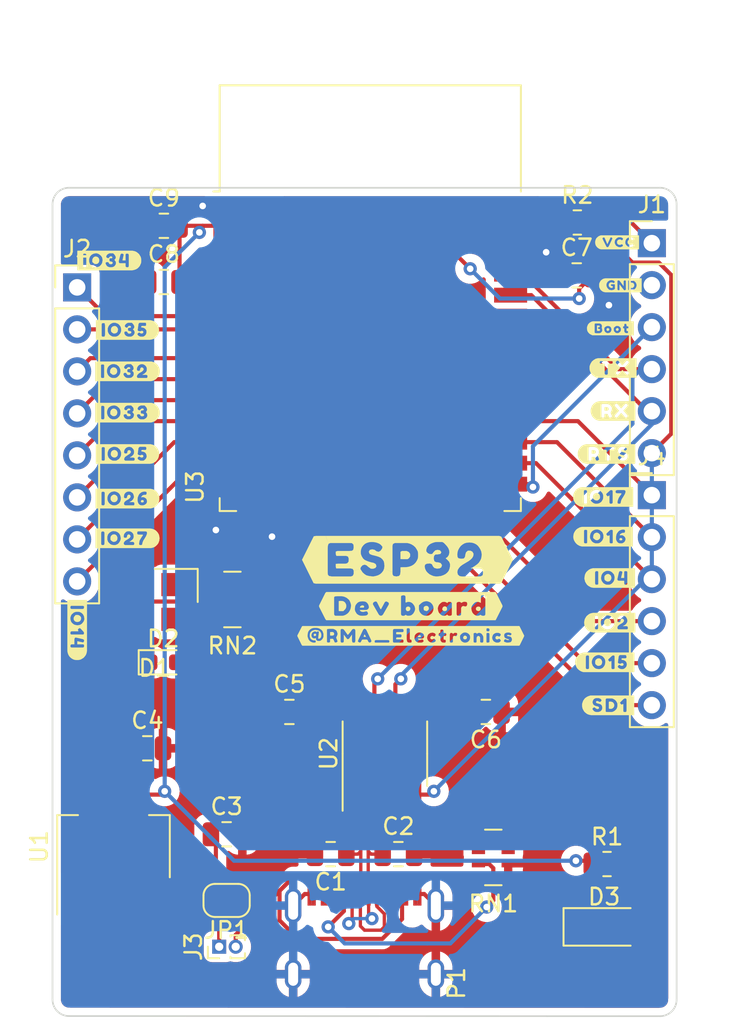
<source format=kicad_pcb>
(kicad_pcb (version 20210228) (generator pcbnew)
  (layers (0 "F.Cu" signal) (31 "B.Cu" signal) (34 "B.Paste" user) (35 "F.Paste" user) (36 "B.SilkS" user "B.Silkscreen") (37 "F.SilkS" user "F.Silkscreen") (38 "B.Mask" user) (39 "F.Mask" user) (44 "Edge.Cuts" user))
  (net 0 "")
  (net 1 "GND")
  (net 2 "/D+")
  (net 3 "/D-")
  (net 4 "Net-(C3-Pad1)")
  (net 5 "VCC")
  (net 6 "Net-(C5-Pad2)")
  (net 7 "Net-(C6-Pad2)")
  (net 8 "RTS")
  (net 9 "Net-(D1-Pad3)")
  (net 10 "Net-(D1-Pad2)")
  (net 11 "Net-(D1-Pad1)")
  (net 12 "Net-(D2-Pad2)")
  (net 13 "Net-(P1-PadA5)")
  (net 14 "Net-(D3-Pad2)")
  (net 15 "RX")
  (net 16 "TX")
  (net 17 "Boot")
  (net 19 "F")
  (net 20 "E")
  (net 21 "D")
  (net 22 "C")
  (net 23 "B")
  (net 24 "A")
  (net 25 "VBUS")
  (net 27 "Net-(P1-PadB5)")
  (net 33 "Blue")
  (net 34 "Red")
  (net 35 "Green")
  (net 36 "Attention")
  (net 37 "/SCL")
  (net 38 "/SDA")
  (net 40 "/SDB")
  (net 47 "8")
  (net 48 "7")
  (net 49 "6")
  (net 50 "5")
  (net 51 "4")
  (net 52 "3")
  (net 53 "2")
  (net 54 "1")
  (footprint "Connector_PinHeader_2.54mm:PinHeader_1x06_P2.54mm_Vertical" (layer "F.Cu") (at 148.4 56.25)
    (fp_text reference "J1" (at 0 -2.33) (layer "F.SilkS"))
    (fp_text value "Program")
    (pad "1" thru_hole rect (at 0 0) (size 1.7 1.7) (drill 1) (layers *.Cu *.Mask) (net 5 "VCC"))
    (pad "2" thru_hole oval (at 0 2.54) (size 1.7 1.7) (drill 1) (layers *.Cu *.Mask) (net 1 "GND"))
    (pad "3" thru_hole oval (at 0 5.08) (size 1.7 1.7) (drill 1) (layers *.Cu *.Mask) (net 17 "Boot"))
    (pad "4" thru_hole oval (at 0 7.62) (size 1.7 1.7) (drill 1) (layers *.Cu *.Mask) (net 16 "TX"))
    (pad "5" thru_hole oval (at 0 10.16) (size 1.7 1.7) (drill 1) (layers *.Cu *.Mask) (net 15 "RX"))
    (pad "6" thru_hole oval (at 0 12.7) (size 1.7 1.7) (drill 1) (layers *.Cu *.Mask) (net 8 "RTS"))
  )
  (footprint "Capacitor_SMD:C_0805_2012Metric" (layer "F.Cu") (at 118.85 55.2)
    (fp_text reference "C9" (at 0 -1.68) (layer "F.SilkS"))
    (fp_text value "100nF")
    (pad "1" smd roundrect (at -0.95 0) (size 1 1.45) (layers "F.Cu" "F.Paste" "F.Mask") (net 1 "GND"))
    (pad "2" smd roundrect (at 0.95 0) (size 1 1.45) (layers "F.Cu" "F.Paste" "F.Mask") (net 5 "VCC"))
  )
  (footprint "buzzardLabel" (layer "F.Cu") (at 145.6 74)
    (fp_text reference "" (at 0 0) (layer "F.SilkS") (effects (font (size 1.27 1.27))))
    (fp_text value "" (at 0 0) (layer "F.SilkS") (effects (font (size 1.27 1.27))))
  )
  (footprint "Resistor_SMD:R_0805_2012Metric" (layer "F.Cu") (at 143.8875 55)
    (fp_text reference "R2" (at 0 -1.65) (layer "F.SilkS"))
    (fp_text value "10k")
    (pad "1" smd roundrect (at -0.9125 0) (size 1.025 1.4) (layers "F.Cu" "F.Paste" "F.Mask") (roundrect_rratio 0.243902) (net 5 "VCC"))
    (pad "2" smd roundrect (at 0.9125 0) (size 1.025 1.4) (layers "F.Cu" "F.Paste" "F.Mask") (roundrect_rratio 0.243902) (net 8 "RTS"))
  )
  (footprint "Capacitor_SMD:C_0805_2012Metric" (layer "F.Cu") (at 143.85 58.2)
    (fp_text reference "C7" (at 0 -1.68) (layer "F.SilkS"))
    (fp_text value "100nF")
    (pad "1" smd roundrect (at -0.95 0) (size 1 1.45) (layers "F.Cu" "F.Paste" "F.Mask") (net 1 "GND"))
    (pad "2" smd roundrect (at 0.95 0) (size 1 1.45) (layers "F.Cu" "F.Paste" "F.Mask") (net 8 "RTS"))
  )
  (footprint "Capacitor_SMD:C_0805_2012Metric" (layer "F.Cu") (at 133.05 93.2)
    (fp_text reference "C2" (at 0 -1.68) (layer "F.SilkS"))
    (fp_text value "20pF")
    (pad "1" smd roundrect (at -0.95 0) (size 1 1.45) (layers "F.Cu" "F.Paste" "F.Mask") (net 3 "/D-"))
    (pad "2" smd roundrect (at 0.95 0) (size 1 1.45) (layers "F.Cu" "F.Paste" "F.Mask") (net 1 "GND"))
  )
  (footprint "Connector_PinHeader_1.00mm:PinHeader_1x02_P1.00mm_Vertical" (layer "F.Cu") (at 122.2 98.8 90)
    (fp_text reference "J3" (at 0 -1.56 90) (layer "F.SilkS"))
    (fp_text value "Conn_01x02")
    (pad "1" thru_hole rect (at 0 0 90) (size 0.85 0.85) (drill 0.5) (layers *.Cu *.Mask) (net 4 "Net-(C3-Pad1)"))
    (pad "2" thru_hole oval (at 0 1 90) (size 0.85 0.85) (drill 0.5) (layers *.Cu *.Mask) (net 25 "VBUS"))
  )
  (footprint "LED_SMD:LED_1206_3216Metric_Pad1.42x1.75mm_HandSolder" (layer "F.Cu") (at 145.5125 97.6)
    (fp_text reference "D3" (at 0 -1.82) (layer "F.SilkS"))
    (fp_text value "POWER")
    (pad "1" smd roundrect (at -1.4875 0) (size 1.425 1.75) (layers "F.Cu" "F.Paste" "F.Mask") (roundrect_rratio 0.175439) (net 1 "GND"))
    (pad "2" smd roundrect (at 1.4875 0) (size 1.425 1.75) (layers "F.Cu" "F.Paste" "F.Mask") (roundrect_rratio 0.175439) (net 14 "Net-(D3-Pad2)"))
  )
  (footprint "buzzardLabel" (layer "F.Cu") (at 145.8 69)
    (fp_text reference "" (at 0 0) (layer "F.SilkS") (effects (font (size 1.27 1.27))))
    (fp_text value "" (at 0 0) (layer "F.SilkS") (effects (font (size 1.27 1.27))))
  )
  (footprint "buzzardLabel" (layer "F.Cu") (at 146.2 66.4)
    (fp_text reference "" (at 0 0) (layer "F.SilkS") (effects (font (size 1.27 1.27))))
    (fp_text value "" (at 0 0) (layer "F.SilkS") (effects (font (size 1.27 1.27))))
  )
  (footprint "buzzardLabel" (layer "F.Cu") (at 116.5 64)
    (fp_text reference "" (at 0 0) (layer "F.SilkS") (effects (font (size 1.27 1.27))))
    (fp_text value "" (at 0 0) (layer "F.SilkS") (effects (font (size 1.27 1.27))))
  )
  (footprint "Resistor_SMD:R_Array_Convex_4x0603" (layer "F.Cu") (at 138.8 93.4 180)
    (fp_text reference "RN1" (at 0 -2.8) (layer "F.SilkS"))
    (fp_text value "5.1k")
    (pad "1" smd rect (at -0.9 -1.2 180) (size 0.8 0.5) (layers "F.Cu" "F.Paste" "F.Mask") (net 1 "GND"))
    (pad "2" smd rect (at -0.9 -0.4 180) (size 0.8 0.4) (layers "F.Cu" "F.Paste" "F.Mask") (net 1 "GND"))
    (pad "3" smd rect (at -0.9 0.4 180) (size 0.8 0.4) (layers "F.Cu" "F.Paste" "F.Mask"))
    (pad "4" smd rect (at -0.9 1.2 180) (size 0.8 0.5) (layers "F.Cu" "F.Paste" "F.Mask"))
    (pad "5" smd rect (at 0.9 1.2 180) (size 0.8 0.5) (layers "F.Cu" "F.Paste" "F.Mask"))
    (pad "6" smd rect (at 0.9 0.4 180) (size 0.8 0.4) (layers "F.Cu" "F.Paste" "F.Mask"))
    (pad "7" smd rect (at 0.9 -0.4 180) (size 0.8 0.4) (layers "F.Cu" "F.Paste" "F.Mask") (net 13 "Net-(P1-PadA5)"))
    (pad "8" smd rect (at 0.9 -1.2 180) (size 0.8 0.5) (layers "F.Cu" "F.Paste" "F.Mask") (net 27 "Net-(P1-PadB5)"))
  )
  (footprint "buzzardLabel" (layer "F.Cu") (at 146.4 56.2)
    (fp_text reference "" (at 0 0) (layer "F.SilkS") (effects (font (size 1.27 1.27))))
    (fp_text value "" (at 0 0) (layer "F.SilkS") (effects (font (size 1.27 1.27))))
  )
  (footprint "Capacitor_SMD:C_0805_2012Metric" (layer "F.Cu") (at 122.65 92)
    (fp_text reference "C3" (at 0 -1.68) (layer "F.SilkS"))
    (fp_text value "1uF")
    (pad "1" smd roundrect (at -0.95 0) (size 1 1.45) (layers "F.Cu" "F.Paste" "F.Mask") (net 4 "Net-(C3-Pad1)"))
    (pad "2" smd roundrect (at 0.95 0) (size 1 1.45) (layers "F.Cu" "F.Paste" "F.Mask") (net 1 "GND"))
  )
  (footprint "buzzardLabel" (layer "F.Cu") (at 145.6 71.6)
    (fp_text reference "" (at 0 0) (layer "F.SilkS") (effects (font (size 1.27 1.27))))
    (fp_text value "" (at 0 0) (layer "F.SilkS") (effects (font (size 1.27 1.27))))
  )
  (footprint "buzzardLabel" (layer "F.Cu") (at 133.6 75.4)
    (fp_text reference "" (at 0 0) (layer "F.SilkS") (effects (font (size 1.27 1.27))))
    (fp_text value "" (at 0 0) (layer "F.SilkS") (effects (font (size 1.27 1.27))))
  )
  (footprint "Connector_PinHeader_2.54mm:PinHeader_1x08_P2.54mm_Vertical" (layer "F.Cu") (at 113.6 58.925)
    (fp_text reference "J2" (at 0 -2.33) (layer "F.SilkS"))
    (fp_text value "Conn_01x08")
    (pad "1" thru_hole rect (at 0 0) (size 1.7 1.7) (drill 1) (layers *.Cu *.Mask) (net 54 "1"))
    (pad "2" thru_hole oval (at 0 2.54) (size 1.7 1.7) (drill 1) (layers *.Cu *.Mask) (net 53 "2"))
    (pad "3" thru_hole oval (at 0 5.08) (size 1.7 1.7) (drill 1) (layers *.Cu *.Mask) (net 52 "3"))
    (pad "4" thru_hole oval (at 0 7.62) (size 1.7 1.7) (drill 1) (layers *.Cu *.Mask) (net 51 "4"))
    (pad "5" thru_hole oval (at 0 10.16) (size 1.7 1.7) (drill 1) (layers *.Cu *.Mask) (net 50 "5"))
    (pad "6" thru_hole oval (at 0 12.7) (size 1.7 1.7) (drill 1) (layers *.Cu *.Mask) (net 49 "6"))
    (pad "7" thru_hole oval (at 0 15.24) (size 1.7 1.7) (drill 1) (layers *.Cu *.Mask) (net 48 "7"))
    (pad "8" thru_hole oval (at 0 17.78) (size 1.7 1.7) (drill 1) (layers *.Cu *.Mask) (net 47 "8"))
  )
  (footprint "Capacitor_SMD:C_0805_2012Metric" (layer "F.Cu") (at 117.85 86.8)
    (fp_text reference "C4" (at 0 -1.68) (layer "F.SilkS"))
    (fp_text value "1uF")
    (pad "1" smd roundrect (at -0.95 0) (size 1 1.45) (layers "F.Cu" "F.Paste" "F.Mask") (net 5 "VCC"))
    (pad "2" smd roundrect (at 0.95 0) (size 1 1.45) (layers "F.Cu" "F.Paste" "F.Mask") (net 1 "GND"))
  )
  (footprint "buzzardLabel" (layer "F.Cu") (at 146.6 58.8)
    (fp_text reference "" (at 0 0) (layer "F.SilkS") (effects (font (size 1.27 1.27))))
    (fp_text value "" (at 0 0) (layer "F.SilkS") (effects (font (size 1.27 1.27))))
  )
  (footprint "buzzardLabel" (layer "F.Cu") (at 146 79.2)
    (fp_text reference "" (at 0 0) (layer "F.SilkS") (effects (font (size 1.27 1.27))))
    (fp_text value "" (at 0 0) (layer "F.SilkS") (effects (font (size 1.27 1.27))))
  )
  (footprint "Capacitor_SMD:C_0805_2012Metric" (layer "F.Cu") (at 118.85 58.6)
    (fp_text reference "C8" (at 0 -1.68) (layer "F.SilkS"))
    (fp_text value "10uF")
    (pad "1" smd roundrect (at -0.95 0) (size 1 1.45) (layers "F.Cu" "F.Paste" "F.Mask") (net 1 "GND"))
    (pad "2" smd roundrect (at 0.95 0) (size 1 1.45) (layers "F.Cu" "F.Paste" "F.Mask") (net 5 "VCC"))
  )
  (footprint "buzzardLabel" (layer "F.Cu") (at 133.8 80)
    (fp_text reference "" (at 0 0) (layer "F.SilkS") (effects (font (size 1.27 1.27))))
    (fp_text value "" (at 0 0) (layer "F.SilkS") (effects (font (size 1.27 1.27))))
  )
  (footprint "buzzardLabel" (layer "F.Cu") (at 116.5 71.7)
    (fp_text reference "" (at 0 0) (layer "F.SilkS") (effects (font (size 1.27 1.27))))
    (fp_text value "" (at 0 0) (layer "F.SilkS") (effects (font (size 1.27 1.27))))
  )
  (footprint "Capacitor_SMD:C_0805_2012Metric" (layer "F.Cu") (at 128.95 93.2 180)
    (fp_text reference "C1" (at 0 -1.68) (layer "F.SilkS"))
    (fp_text value "20pF")
    (pad "1" smd roundrect (at -0.95 0 180) (size 1 1.45) (layers "F.Cu" "F.Paste" "F.Mask") (net 2 "/D+"))
    (pad "2" smd roundrect (at 0.95 0 180) (size 1 1.45) (layers "F.Cu" "F.Paste" "F.Mask") (net 1 "GND"))
  )
  (footprint "buzzardLabel" (layer "F.Cu") (at 116.5 61.5)
    (fp_text reference "" (at 0 0) (layer "F.SilkS") (effects (font (size 1.27 1.27))))
    (fp_text value "" (at 0 0) (layer "F.SilkS") (effects (font (size 1.27 1.27))))
  )
  (footprint "Dragos:EKINGLUX-E6" (layer "F.Cu") (at 118.3 77.95)
    (fp_text reference "D1" (at 0 4) (layer "F.SilkS"))
    (fp_text value "LED_BGRA")
    (pad "1" smd rect (at 1.3 -1.05) (size 1.8 1.4) (layers "F.Cu" "F.Paste" "F.Mask") (net 11 "Net-(D1-Pad1)"))
    (pad "2" smd rect (at -1.3 -1.05) (size 1.8 1.4) (layers "F.Cu" "F.Paste" "F.Mask") (net 10 "Net-(D1-Pad2)"))
    (pad "3" smd rect (at 1.3 1.05) (size 1.8 1.4) (layers "F.Cu" "F.Paste" "F.Mask") (net 9 "Net-(D1-Pad3)"))
    (pad "4" smd rect (at -1.3 1.05) (size 1.8 1.4) (layers "F.Cu" "F.Paste" "F.Mask") (net 5 "VCC"))
  )
  (footprint "Resistor_SMD:R_0805_2012Metric" (layer "F.Cu") (at 145.6875 93.8)
    (fp_text reference "R1" (at 0 -1.65) (layer "F.SilkS"))
    (fp_text value "R")
    (pad "1" smd roundrect (at -0.9125 0) (size 1.025 1.4) (layers "F.Cu" "F.Paste" "F.Mask") (roundrect_rratio 0.243902) (net 5 "VCC"))
    (pad "2" smd roundrect (at 0.9125 0) (size 1.025 1.4) (layers "F.Cu" "F.Paste" "F.Mask") (roundrect_rratio 0.243902) (net 14 "Net-(D3-Pad2)"))
  )
  (footprint "buzzardLabel" (layer "F.Cu") (at 146 76.5)
    (fp_text reference "" (at 0 0) (layer "F.SilkS") (effects (font (size 1.27 1.27))))
    (fp_text value "" (at 0 0) (layer "F.SilkS") (effects (font (size 1.27 1.27))))
  )
  (footprint "buzzardLabel" (layer "F.Cu") (at 116.5 74.1)
    (fp_text reference "" (at 0 0) (layer "F.SilkS") (effects (font (size 1.27 1.27))))
    (fp_text value "" (at 0 0) (layer "F.SilkS") (effects (font (size 1.27 1.27))))
  )
  (footprint "Connector_PinHeader_2.54mm:PinHeader_1x06_P2.54mm_Vertical" (layer "F.Cu") (at 148.4 71.49)
    (fp_text reference "J4" (at 0 -2.33) (layer "F.SilkS"))
    (fp_text value "Conn_01x06")
    (pad "1" thru_hole rect (at 0 0) (size 1.7 1.7) (drill 1) (layers *.Cu *.Mask) (net 24 "A"))
    (pad "2" thru_hole oval (at 0 2.54) (size 1.7 1.7) (drill 1) (layers *.Cu *.Mask) (net 23 "B"))
    (pad "3" thru_hole oval (at 0 5.08) (size 1.7 1.7) (drill 1) (layers *.Cu *.Mask) (net 22 "C"))
    (pad "4" thru_hole oval (at 0 7.62) (size 1.7 1.7) (drill 1) (layers *.Cu *.Mask) (net 21 "D"))
    (pad "5" thru_hole oval (at 0 10.16) (size 1.7 1.7) (drill 1) (layers *.Cu *.Mask) (net 20 "E"))
    (pad "6" thru_hole oval (at 0 12.7) (size 1.7 1.7) (drill 1) (layers *.Cu *.Mask) (net 19 "F"))
  )
  (footprint "buzzardLabel" (layer "F.Cu") (at 133.805 78.2)
    (fp_text reference "" (at 0 0) (layer "F.SilkS") (effects (font (size 1.27 1.27))))
    (fp_text value "" (at 0 0) (layer "F.SilkS") (effects (font (size 1.27 1.27))))
  )
  (footprint "buzzardLabel" (layer "F.Cu") (at 116.5 66.5)
    (fp_text reference "" (at 0 0) (layer "F.SilkS") (effects (font (size 1.27 1.27))))
    (fp_text value "" (at 0 0) (layer "F.SilkS") (effects (font (size 1.27 1.27))))
  )
  (footprint "BadgePirates:USB_C_Receptical-Jing" (layer "F.Cu") (at 131 96.3125)
    (fp_text reference "P1" (at 5.575 4.7 90) (layer "F.SilkS"))
    (fp_text value "USB_C_Plug_corrected")
    (pad "" np_thru_hole circle (at 2.89 0.5) (size 0.65 0.65) (drill 0.65) (layers *.Cu *.Mask))
    (pad "" np_thru_hole circle (at -2.89 0.5) (size 0.65 0.65) (drill 0.65) (layers *.Cu *.Mask))
    (pad "A1" smd rect (at -3.325 -0.7) (size 0.25 1.4) (layers "F.Cu" "F.Paste" "F.Mask") (net 1 "GND"))
    (pad "A4" smd rect (at -2.525 -0.7) (size 0.25 1.4) (layers "F.Cu" "F.Paste" "F.Mask") (net 25 "VBUS"))
    (pad "A5" smd rect (at -1.25 -0.7) (size 0.25 1.4) (layers "F.Cu" "F.Paste" "F.Mask") (net 13 "Net-(P1-PadA5)"))
    (pad "A6" smd rect (at -0.25 -0.7) (size 0.25 1.4) (layers "F.Cu" "F.Paste" "F.Mask") (net 2 "/D+"))
    (pad "A7" smd rect (at 0.25 -0.7) (size 0.25 1.4) (layers "F.Cu" "F.Paste" "F.Mask") (net 3 "/D-"))
    (pad "A8" smd rect (at -1.75 -0.7) (size 0.25 1.4) (layers "F.Cu" "F.Paste" "F.Mask"))
    (pad "A9" smd rect (at 2.525 -0.7) (size 0.25 1.4) (layers "F.Cu" "F.Paste" "F.Mask") (net 25 "VBUS"))
    (pad "A12" smd rect (at 3.325 -0.7) (size 0.25 1.4) (layers "F.Cu" "F.Paste" "F.Mask") (net 1 "GND"))
    (pad "B1" smd rect (at 3.075 -0.7) (size 0.25 1.4) (layers "F.Cu" "F.Paste" "F.Mask") (net 1 "GND"))
    (pad "B4" smd rect (at 2.275 -0.7) (size 0.25 1.4) (layers "F.Cu" "F.Paste" "F.Mask") (net 25 "VBUS"))
    (pad "B5" smd rect (at 1.75 -0.7) (size 0.25 1.4) (layers "F.Cu" "F.Paste" "F.Mask") (net 27 "Net-(P1-PadB5)"))
    (pad "B6" smd rect (at 0.75 -0.7) (size 0.25 1.4) (layers "F.Cu" "F.Paste" "F.Mask") (net 2 "/D+"))
    (pad "B7" smd rect (at -0.75 -0.7) (size 0.25 1.4) (layers "F.Cu" "F.Paste" "F.Mask") (net 3 "/D-"))
    (pad "B8" smd rect (at 1.25 -0.7) (size 0.25 1.4) (layers "F.Cu" "F.Paste" "F.Mask"))
    (pad "B9" smd rect (at -2.275 -0.7) (size 0.25 1.4) (layers "F.Cu" "F.Paste" "F.Mask") (net 25 "VBUS"))
    (pad "B12" smd rect (at -3.075 -0.7) (size 0.25 1.4) (layers "F.Cu" "F.Paste" "F.Mask") (net 1 "GND"))
    (pad "S1" thru_hole oval (at 4.32 4.15) (size 1 1.8) (drill oval 0.6 1.4) (layers *.Cu *.Mask) (net 1 "GND"))
    (pad "S1" thru_hole oval (at -4.32 0) (size 1 2.1) (drill oval 0.6 1.7) (layers *.Cu *.Mask) (net 1 "GND"))
    (pad "S1" thru_hole oval (at -4.32 4.15) (size 1 1.8) (drill oval 0.6 1.4) (layers *.Cu *.Mask) (net 1 "GND"))
    (pad "S1" thru_hole oval (at 4.32 0) (size 1 2.1) (drill oval 0.6 1.7) (layers *.Cu *.Mask) (net 1 "GND"))
  )
  (footprint "LED_SMD:LED_0603_1608Metric" (layer "F.Cu") (at 118.8125 81.6)
    (fp_text reference "D2" (at 0 -1.43) (layer "F.SilkS"))
    (fp_text value "LED")
    (pad "1" smd roundrect (at -0.7875 0) (size 0.875 0.95) (layers "F.Cu" "F.Paste" "F.Mask") (net 1 "GND"))
    (pad "2" smd roundrect (at 0.7875 0) (size 0.875 0.95) (layers "F.Cu" "F.Paste" "F.Mask") (net 12 "Net-(D2-Pad2)"))
  )
  (footprint "buzzardLabel" (layer "F.Cu") (at 146 61.4)
    (fp_text reference "" (at 0 0) (layer "F.SilkS") (effects (font (size 1.27 1.27))))
    (fp_text value "" (at 0 0) (layer "F.SilkS") (effects (font (size 1.27 1.27))))
  )
  (footprint "buzzardLabel" (layer "F.Cu") (at 146.2 63.8)
    (fp_text reference "" (at 0 0) (layer "F.SilkS") (effects (font (size 1.27 1.27))))
    (fp_text value "" (at 0 0) (layer "F.SilkS") (effects (font (size 1.27 1.27))))
  )
  (footprint "buzzardLabel" (layer "F.Cu") (at 145.9 84.2)
    (fp_text reference "" (at 0 0) (layer "F.SilkS") (effects (font (size 1.27 1.27))))
    (fp_text value "" (at 0 0) (layer "F.SilkS") (effects (font (size 1.27 1.27))))
  )
  (footprint "Resistor_SMD:R_Array_Convex_4x0603" (layer "F.Cu") (at 123 77.8 180)
    (fp_text reference "RN2" (at 0 -2.8) (layer "F.SilkS"))
    (fp_text value "270")
    (pad "1" smd rect (at -0.9 -1.2 180) (size 0.8 0.5) (layers "F.Cu" "F.Paste" "F.Mask") (net 36 "Attention"))
    (pad "2" smd rect (at -0.9 -0.4 180) (size 0.8 0.4) (layers "F.Cu" "F.Paste" "F.Mask") (net 34 "Red"))
    (pad "3" smd rect (at -0.9 0.4 180) (size 0.8 0.4) (layers "F.Cu" "F.Paste" "F.Mask") (net 35 "Green"))
    (pad "4" smd rect (at -0.9 1.2 180) (size 0.8 0.5) (layers "F.Cu" "F.Paste" "F.Mask") (net 33 "Blue"))
    (pad "5" smd rect (at 0.9 1.2 180) (size 0.8 0.5) (layers "F.Cu" "F.Paste" "F.Mask") (net 11 "Net-(D1-Pad1)"))
    (pad "6" smd rect (at 0.9 0.4 180) (size 0.8 0.4) (layers "F.Cu" "F.Paste" "F.Mask") (net 10 "Net-(D1-Pad2)"))
    (pad "7" smd rect (at 0.9 -0.4 180) (size 0.8 0.4) (layers "F.Cu" "F.Paste" "F.Mask") (net 9 "Net-(D1-Pad3)"))
    (pad "8" smd rect (at 0.9 -1.2 180) (size 0.8 0.5) (layers "F.Cu" "F.Paste" "F.Mask") (net 12 "Net-(D2-Pad2)"))
  )
  (footprint "buzzardLabel" (layer "F.Cu") (at 145.7 81.6)
    (fp_text reference "" (at 0 0) (layer "F.SilkS") (effects (font (size 1.27 1.27))))
    (fp_text value "" (at 0 0) (layer "F.SilkS") (effects (font (size 1.27 1.27))))
  )
  (footprint "Package_SO:SOIC-8_3.9x4.9mm_P1.27mm" (layer "F.Cu") (at 132.235 87.125 90)
    (fp_text reference "U2" (at 0 -3.4 90) (layer "F.SilkS"))
    (fp_text value "CH330N")
    (pad "1" smd roundrect (at -2.475 -1.905 90) (size 1.95 0.6) (layers "F.Cu" "F.Paste" "F.Mask") (net 2 "/D+"))
    (pad "2" smd roundrect (at -2.475 -0.635 90) (size 1.95 0.6) (layers "F.Cu" "F.Paste" "F.Mask") (net 3 "/D-"))
    (pad "3" smd roundrect (at -2.475 0.635 90) (size 1.95 0.6) (layers "F.Cu" "F.Paste" "F.Mask") (net 1 "GND"))
    (pad "4" smd roundrect (at -2.475 1.905 90) (size 1.95 0.6) (layers "F.Cu" "F.Paste" "F.Mask") (net 8 "RTS"))
    (pad "5" smd roundrect (at 2.475 1.905 90) (size 1.95 0.6) (layers "F.Cu" "F.Paste" "F.Mask") (net 7 "Net-(C6-Pad2)"))
    (pad "6" smd roundrect (at 2.475 0.635 90) (size 1.95 0.6) (layers "F.Cu" "F.Paste" "F.Mask") (net 15 "RX"))
    (pad "7" smd roundrect (at 2.475 -0.635 90) (size 1.95 0.6) (layers "F.Cu" "F.Paste" "F.Mask") (net 16 "TX"))
    (pad "8" smd roundrect (at 2.475 -1.905 90) (size 1.95 0.6) (layers "F.Cu" "F.Paste" "F.Mask") (net 6 "Net-(C5-Pad2)"))
  )
  (footprint "buzzardLabel" (layer "F.Cu") (at 116.5 69)
    (fp_text reference "" (at 0 0) (layer "F.SilkS") (effects (font (size 1.27 1.27))))
    (fp_text value "" (at 0 0) (layer "F.SilkS") (effects (font (size 1.27 1.27))))
  )
  (footprint "NFCBusiness:W" (layer "F.Cu") (at 142.4 89.4)
    (fp_text reference "Ref**" hide)
    (fp_text value "Val**" hide)
    (fp_poly (pts (xy -1.630587 -2.420899) (xy -1.447524 -2.328559) (xy -1.311592 -2.194757) (xy -1.304211 -2.183555) (xy -1.265704 -2.11344) (xy -1.244213 -2.038839) (xy -1.23774 -1.938094) (xy -1.244287 -1.789546) (xy -1.255088 -1.651) (xy -1.268682 -1.442824) (xy -1.279873 -1.184894) (xy -1.287394 -0.912114) (xy -1.289962 -0.690936) (xy -1.289221 -0.458958) (xy -1.284387 -0.294975) (xy -1.273305 -0.182336) (xy -1.25382 -0.10439) (xy -1.223775 -0.044488) (xy -1.202268 -0.013603) (xy -1.116398 0.071274) (xy -1.002822 0.111004) (xy -0.929984 0.119227) (xy -0.68211 0.100096) (xy -0.454281 0.00289) (xy -0.240656 -0.175182) (xy -0.185776 -0.236175) (xy -0.081108 -0.349759) (xy 0.009066 -0.431822) (xy 0.066141 -0.465547) (xy 0.068112 -0.465666) (xy 0.123755 -0.432548) (xy 0.197182 -0.348904) (xy 0.229505 -0.301607) (xy 0.376869 -0.110873) (xy 0.526913 0.003226) (xy 0.674284 0.03902) (xy 0.813631 -0.005163) (xy 0.907971 -0.089777) (xy 0.988653 -0.198585) (xy 1.058934 -0.326542) (xy 1.126082 -0.490779) (xy 1.197364 -0.708426) (xy 1.255985 -0.910166) (xy 1.31545 -1.12099) (xy 1.377683 -1.340443) (xy 1.431333 -1.528529) (xy 1.442246 -1.566558) (xy 1.521416 -1.84195) (xy 1.949565 -2.005418) (xy 2.167567 -2.084028) (xy 2.315998 -2.126297) (xy 2.401001 -2.133773) (xy 2.422145 -2.124455) (xy 2.452677 -2.065526) (xy 2.41974 -2.005855) (xy 2.317286 -1.940366) (xy 2.13927 -1.863979) (xy 2.089887 -1.8454) (xy 1.930263 -1.78316) (xy 1.799296 -1.726134) (xy 1.71927 -1.684217) (xy 1.708527 -1.676067) (xy 1.680315 -1.619963) (xy 1.636526 -1.498254) (xy 1.582553 -1.327363) (xy 1.52379 -1.123712) (xy 1.507251 -1.063196) (xy 1.396737 -0.68139) (xy 1.290651 -0.376432) (xy 1.184846 -0.140938) (xy 1.075173 0.032475) (xy 0.957485 0.15119) (xy 0.827635 0.222591) (xy 0.776069 0.238398) (xy 0.602379 0.241191) (xy 0.418574 0.174646) (xy 0.246259 0.047924) (xy 0.192569 -0.009056) (xy 0.041511 -0.185533) (xy -0.128458 -0.008645) (xy -0.312966 0.157866) (xy -0.496288 0.260737) (xy -0.709082 0.314778) (xy -0.823587 0.327186) (xy -0.981029 0.333485) (xy -1.090094 0.317957) (xy -1.185756 0.27362) (xy -1.227666 0.246552) (xy -1.355913 0.118677) (xy -1.447302 -0.068507) (xy -1.502345 -0.318683) (xy -1.521551 -0.635539) (xy -1.505431 -1.022758) (xy -1.460818 -1.436924) (xy -1.432055 -1.688127) (xy -1.424811 -1.871541) (xy -1.442863 -2.002167) (xy -1.489991 -2.095003) (xy -1.569973 -2.165049) (xy -1.656298 -2.212878) (xy -1.801342 -2.257899) (xy -1.939703 -2.239415) (xy -2.087459 -2.15265) (xy -2.203421 -2.05035) (xy -2.298884 -1.96489) (xy -2.361491 -1.934189) (xy -2.413708 -1.94891) (xy -2.426473 -1.957639) (xy -2.473927 -2.002339) (xy -2.467648 -2.051331) (xy -2.429475 -2.110518) (xy -2.32004 -2.223928) (xy -2.167499 -2.330713) (xy -2.002595 -2.413218) (xy -1.856072 -2.453788) (xy -1.829026 -2.455333) (xy -1.630587 -2.420899)) (layer "F.Cu") (width 0.01) (fill solid))
  )
  (footprint "buzzardLabel" (layer "F.Cu") (at 115.4 57.3)
    (fp_text reference "" (at 0 0) (layer "F.SilkS") (effects (font (size 1.27 1.27))))
    (fp_text value "" (at 0 0) (layer "F.SilkS") (effects (font (size 1.27 1.27))))
  )
  (footprint "Capacitor_SMD:C_0805_2012Metric" (layer "F.Cu") (at 138.35 84.6 180)
    (fp_text reference "C6" (at 0 -1.68) (layer "F.SilkS"))
    (fp_text value "100nF")
    (pad "1" smd roundrect (at -0.95 0 180) (size 1 1.45) (layers "F.Cu" "F.Paste" "F.Mask") (net 1 "GND"))
    (pad "2" smd roundrect (at 0.95 0 180) (size 1 1.45) (layers "F.Cu" "F.Paste" "F.Mask") (net 7 "Net-(C6-Pad2)"))
  )
  (footprint "RF_Module:ESP32-WROOM-32" (layer "F.Cu") (at 131.35 62.57)
    (fp_text reference "U3" (at -10.61 8.43 90) (layer "F.SilkS"))
    (fp_text value "ESP32-WROOM-32")
    (pad "1" smd rect (at -8.5 -8.255) (size 2 0.9) (layers "F.Cu" "F.Paste" "F.Mask") (net 1 "GND"))
    (pad "2" smd rect (at -8.5 -6.985) (size 2 0.9) (layers "F.Cu" "F.Paste" "F.Mask") (net 5 "VCC"))
    (pad "3" smd rect (at -8.5 -5.715) (size 2 0.9) (layers "F.Cu" "F.Paste" "F.Mask") (net 8 "RTS"))
    (pad "4" smd rect (at -8.5 -4.445) (size 2 0.9) (layers "F.Cu" "F.Paste" "F.Mask"))
    (pad "5" smd rect (at -8.5 -3.175) (size 2 0.9) (layers "F.Cu" "F.Paste" "F.Mask"))
    (pad "6" smd rect (at -8.5 -1.905) (size 2 0.9) (layers "F.Cu" "F.Paste" "F.Mask") (net 54 "1"))
    (pad "7" smd rect (at -8.5 -0.635) (size 2 0.9) (layers "F.Cu" "F.Paste" "F.Mask") (net 53 "2"))
    (pad "8" smd rect (at -8.5 0.635) (size 2 0.9) (layers "F.Cu" "F.Paste" "F.Mask") (net 52 "3"))
    (pad "9" smd rect (at -8.5 1.905) (size 2 0.9) (layers "F.Cu" "F.Paste" "F.Mask") (net 51 "4"))
    (pad "10" smd rect (at -8.5 3.175) (size 2 0.9) (layers "F.Cu" "F.Paste" "F.Mask") (net 50 "5"))
    (pad "11" smd rect (at -8.5 4.445) (size 2 0.9) (layers "F.Cu" "F.Paste" "F.Mask") (net 49 "6"))
    (pad "12" smd rect (at -8.5 5.715) (size 2 0.9) (layers "F.Cu" "F.Paste" "F.Mask") (net 48 "7"))
    (pad "13" smd rect (at -8.5 6.985) (size 2 0.9) (layers "F.Cu" "F.Paste" "F.Mask") (net 47 "8"))
    (pad "14" smd rect (at -8.5 8.255) (size 2 0.9) (layers "F.Cu" "F.Paste" "F.Mask") (net 33 "Blue"))
    (pad "15" smd rect (at -5.715 9.255 90) (size 2 0.9) (layers "F.Cu" "F.Paste" "F.Mask") (net 1 "GND"))
    (pad "16" smd rect (at -4.445 9.255 90) (size 2 0.9) (layers "F.Cu" "F.Paste" "F.Mask") (net 35 "Green"))
    (pad "17" smd rect (at -3.175 9.255 90) (size 2 0.9) (layers "F.Cu" "F.Paste" "F.Mask") (net 34 "Red"))
    (pad "18" smd rect (at -1.905 9.255 90) (size 2 0.9) (layers "F.Cu" "F.Paste" "F.Mask") (net 36 "Attention"))
    (pad "19" smd rect (at -0.635 9.255 90) (size 2 0.9) (layers "F.Cu" "F.Paste" "F.Mask"))
    (pad "20" smd rect (at 0.635 9.255 90) (size 2 0.9) (layers "F.Cu" "F.Paste" "F.Mask"))
    (pad "21" smd rect (at 1.905 9.255 90) (size 2 0.9) (layers "F.Cu" "F.Paste" "F.Mask"))
    (pad "22" smd rect (at 3.175 9.255 90) (size 2 0.9) (layers "F.Cu" "F.Paste" "F.Mask") (net 19 "F"))
    (pad "23" smd rect (at 4.445 9.255 90) (size 2 0.9) (layers "F.Cu" "F.Paste" "F.Mask") (net 20 "E"))
    (pad "24" smd rect (at 5.715 9.255 90) (size 2 0.9) (layers "F.Cu" "F.Paste" "F.Mask") (net 21 "D"))
    (pad "25" smd rect (at 8.5 8.255) (size 2 0.9) (layers "F.Cu" "F.Paste" "F.Mask") (net 17 "Boot"))
    (pad "26" smd rect (at 8.5 6.985) (size 2 0.9) (layers "F.Cu" "F.Paste" "F.Mask") (net 22 "C"))
    (pad "27" smd rect (at 8.5 5.715) (size 2 0.9) (layers "F.Cu" "F.Paste" "F.Mask") (net 23 "B"))
    (pad "28" smd rect (at 8.5 4.445) (size 2 0.9) (layers "F.Cu" "F.Paste" "F.Mask") (net 24 "A"))
    (pad "29" smd rect (at 8.5 3.175) (size 2 0.9) (layers "F.Cu" "F.Paste" "F.Mask"))
    (pad "30" smd rect (at 8.5 1.905) (size 2 0.9) (layers "F.Cu" "F.Paste" "F.Mask"))
    (pad "31" smd rect (at 8.5 0.635) (size 2 0.9) (layers "F.Cu" "F.Paste" "F.Mask") (net 40 "/SDB"))
    (pad "32" smd rect (at 8.5 -0.635) (size 2 0.9) (layers "F.Cu" "F.Paste" "F.Mask"))
    (pad "33" smd rect (at 8.5 -1.905) (size 2 0.9) (layers "F.Cu" "F.Paste" "F.Mask") (net 38 "/SDA"))
    (pad "34" smd rect (at 8.5 -3.175) (size 2 0.9) (layers "F.Cu" "F.Paste" "F.Mask") (net 15 "RX"))
    (pad "35" smd rect (at 8.5 -4.445) (size 2 0.9) (layers "F.Cu" "F.Paste" "F.Mask") (net 16 "TX"))
    (pad "36" smd rect (at 8.5 -5.715) (size 2 0.9) (layers "F.Cu" "F.Paste" "F.Mask") (net 37 "/SCL"))
    (pad "37" smd rect (at 8.5 -6.985) (size 2 0.9) (layers "F.Cu" "F.Paste" "F.Mask"))
    (pad "38" smd rect (at 8.5 -8.255) (size 2 0.9) (layers "F.Cu" "F.Paste" "F.Mask") (net 1 "GND"))
    (pad "39" smd rect (at -1 -0.755) (size 5 5) (layers "F.Cu" "F.Paste" "F.Mask") (net 1 "GND"))
  )
  (footprint "Package_TO_SOT_SMD:SOT-223-3_TabPin2" (layer "F.Cu") (at 115.8 92.75 90)
    (fp_text reference "U1" (at 0 -4.5 90) (layer "F.SilkS"))
    (fp_text value "TLV1117-33")
    (pad "1" smd rect (at -3.15 -2.3 90) (size 2 1.5) (layers "F.Cu" "F.Paste" "F.Mask") (net 1 "GND"))
    (pad "2" smd rect (at 3.15 0 90) (size 2 3.8) (layers "F.Cu" "F.Paste" "F.Mask") (net 5 "VCC"))
    (pad "2" smd rect (at -3.15 0 90) (size 2 1.5) (layers "F.Cu" "F.Paste" "F.Mask") (net 5 "VCC"))
    (pad "3" smd rect (at -3.15 2.3 90) (size 2 1.5) (layers "F.Cu" "F.Paste" "F.Mask") (net 4 "Net-(C3-Pad1)"))
  )
  (footprint "Jumper:SolderJumper-2_P1.3mm_Bridged_RoundedPad1.0x1.5mm" (layer "F.Cu") (at 122.65 96 180)
    (fp_text reference "JP1" (at 0 -1.8) (layer "F.SilkS"))
    (fp_text value "Jumper_NC_Small")
    (fp_poly (pts (xy 0.25 -0.3) (xy -0.25 -0.3) (xy -0.25 0.3) (xy 0.25 0.3)) (layer "F.Cu") (width 0) (fill solid))
    (pad "1" smd custom (at -0.65 0 180) (size 1 0.5) (layers "F.Cu" "F.Mask") (net 25 "VBUS") (options (clearance outline) (anchor rect)) (primitives (gr_circle (center 0 0.25) (end 0.5 0.25) (width 0) (fill yes)) (gr_circle (center 0 -0.25) (end 0.5 -0.25) (width 0) (fill yes)) (gr_poly (pts (xy 0 -0.75) (xy 0.5 -0.75) (xy 0.5 0.75) (xy 0 0.75)) (width 0) (fill yes))))
    (pad "2" smd custom (at 0.65 0 180) (size 1 0.5) (layers "F.Cu" "F.Mask") (net 4 "Net-(C3-Pad1)") (options (clearance outline) (anchor rect)) (primitives (gr_circle (center 0 0.25) (end 0.5 0.25) (width 0) (fill yes)) (gr_circle (center 0 -0.25) (end 0.5 -0.25) (width 0) (fill yes)) (gr_poly (pts (xy 0 -0.75) (xy -0.5 -0.75) (xy -0.5 0.75) (xy 0 0.75)) (width 0) (fill yes))))
  )
  (footprint "buzzardLabel" (layer "F.Cu") (at 113.6 79.5 -90)
    (fp_text reference "" (at 0 0 90) (layer "F.SilkS") (effects (font (size 1.27 1.27))))
    (fp_text value "" (at 0 0 90) (layer "F.SilkS") (effects (font (size 1.27 1.27))))
  )
  (footprint "Capacitor_SMD:C_0805_2012Metric" (layer "F.Cu") (at 126.45 84.6)
    (fp_text reference "C5" (at 0 -1.68) (layer "F.SilkS"))
    (fp_text value "100nF")
    (pad "1" smd roundrect (at -0.95 0) (size 1 1.45) (layers "F.Cu" "F.Paste" "F.Mask") (net 1 "GND"))
    (pad "2" smd roundrect (at 0.95 0) (size 1 1.45) (layers "F.Cu" "F.Paste" "F.Mask") (net 6 "Net-(C5-Pad2)"))
  )
  (gr_line (start 148.9 52.9) (end 113.107107 52.9) (layer "Edge.Cuts") (width 0.1))
  (gr_arc (start 148.9 102) (end 148.9 103) (angle -90) (layer "Edge.Cuts") (width 0.1))
  (gr_line (start 149.9 102) (end 149.9 53.9) (layer "Edge.Cuts") (width 0.1))
  (gr_arc (start 148.9 53.9) (end 149.9 53.9) (angle -90) (layer "Edge.Cuts") (width 0.1))
  (gr_line (start 112.107107 53.9) (end 112.107107 101.992893) (layer "Edge.Cuts") (width 0.1))
  (gr_arc (start 113.107107 53.9) (end 113.107107 52.9) (angle -90) (layer "Edge.Cuts") (width 0.1))
  (gr_arc (start 113.107107 101.992893) (end 112.107107 101.992893) (angle -90) (layer "Edge.Cuts") (width 0.1))
  (gr_line (start 113.107107 102.992893) (end 148.9 103) (layer "Edge.Cuts") (width 0.1))
  (segment (start 121.515 54.315) (end 121.2 54) (width 0.25) (layer "F.Cu") (net 1))
  (segment (start 127.925 95.6125) (end 127.38 95.6125) (width 0.25) (layer "F.Cu") (net 1))
  (segment (start 122.85 54.315) (end 121.515 54.315) (width 0.25) (layer "F.Cu") (net 1))
  (segment (start 141.1 54.315) (end 142 55.215) (width 0.25) (layer "F.Cu") (net 1))
  (segment (start 134.075 95.6125) (end 134.62 95.6125) (width 0.25) (layer "F.Cu") (net 1))
  (segment (start 127.38 95.6125) (end 126.68 96.3125) (width 0.25) (layer "F.Cu") (net 1))
  (segment (start 142 55.215) (end 142 56.8) (width 0.25) (layer "F.Cu") (net 1))
  (segment (start 142 57.3) (end 142.9 58.2) (width 0.25) (layer "F.Cu") (net 1))
  (segment (start 148.4 58.79) (end 147.01 58.79) (width 0.25) (layer "F.Cu") (net 1))
  (segment (start 134.62 95.6125) (end 135.32 96.3125) (width 0.25) (layer "F.Cu") (net 1))
  (segment (start 125.635 73.765) (end 125.4 74) (width 0.25) (layer "F.Cu") (net 1))
  (segment (start 139.85 54.315) (end 141.1 54.315) (width 0.25) (layer "F.Cu") (net 1))
  (segment (start 125.635 71.825) (end 125.635 73.765) (width 0.25) (layer "F.Cu") (net 1))
  (segment (start 147.01 58.79) (end 145.8 60) (width 0.25) (layer "F.Cu") (net 1))
  (segment (start 142 56.8) (end 142 57.3) (width 0.25) (layer "F.Cu") (net 1))
  (via (at 142 56.8) (size 0.8) (drill 0.4) (layers "F.Cu" "B.Cu") (net 1))
  (via (at 145.8 60) (size 0.8) (drill 0.4) (layers "F.Cu" "B.Cu") (net 1))
  (via (at 122 73.6) (size 0.8) (drill 0.4) (layers "F.Cu" "B.Cu") (net 1))
  (via (at 121.2 54) (size 0.8) (drill 0.4) (layers "F.Cu" "B.Cu") (net 1))
  (via (at 125.4 74) (size 0.8) (drill 0.4) (layers "F.Cu" "B.Cu") (net 1))
  (segment (start 130.775 93.025) (end 130.775 91.6) (width 0.2) (layer "F.Cu") (net 2))
  (segment (start 131.75 96.363983) (end 132.2 96.813983) (width 0.2) (layer "F.Cu") (net 2))
  (segment (start 130.75 97.55) (end 131 97.8) (width 0.2) (layer "F.Cu") (net 2))
  (segment (start 130.775 91.6) (end 130.33 91.155) (width 0.2) (layer "F.Cu") (net 2))
  (segment (start 131 97.8) (end 132 97.8) (width 0.2) (layer "F.Cu") (net 2))
  (segment (start 130.33 91.155) (end 130.33 89.6) (width 0.2) (layer "F.Cu") (net 2))
  (segment (start 131.75 95.6125) (end 131.75 96.363983) (width 0.2) (layer "F.Cu") (net 2))
  (segment (start 132 97.8) (end 132.2 97.6) (width 0.2) (layer "F.Cu") (net 2))
  (segment (start 130.6 93.2) (end 130.775 93.025) (width 0.2) (layer "F.Cu") (net 2))
  (segment (start 130.775 94.537499) (end 130.775 93.025) (width 0.2) (layer "F.Cu") (net 2))
  (segment (start 130.75 95.6125) (end 130.75 94.562499) (width 0.2) (layer "F.Cu") (net 2))
  (segment (start 129.9 93.2) (end 130.6 93.2) (width 0.2) (layer "F.Cu") (net 2))
  (segment (start 132.2 96.813983) (end 132.2 97.6) (width 0.2) (layer "F.Cu") (net 2))
  (segment (start 130.75 95.6125) (end 130.75 97.55) (width 0.2) (layer "F.Cu") (net 2))
  (segment (start 130.75 94.562499) (end 130.775 94.537499) (width 0.2) (layer "F.Cu") (net 2))
  (segment (start 132.1 93.2) (end 131.4 93.2) (width 0.2) (layer "F.Cu") (net 3))
  (segment (start 131.45 97.1) (end 131.25 96.9) (width 0.2) (layer "F.Cu") (net 3))
  (segment (start 131.6 89.6) (end 131.6 91.225) (width 0.2) (layer "F.Cu") (net 3))
  (segment (start 130.25 97.2) (end 130.25 95.6125) (width 0.2) (layer "F.Cu") (net 3))
  (segment (start 131.25 94.562499) (end 131.225 94.537499) (width 0.2) (layer "F.Cu") (net 3))
  (segment (start 131.6 91.225) (end 131.225 91.6) (width 0.2) (layer "F.Cu") (net 3))
  (segment (start 131.4 93.2) (end 131.225 93.025) (width 0.2) (layer "F.Cu") (net 3))
  (segment (start 131.25 96.9) (end 131.25 95.6125) (width 0.2) (layer "F.Cu") (net 3))
  (segment (start 130.05 97.4) (end 130.25 97.2) (width 0.2) (layer "F.Cu") (net 3))
  (segment (start 131.225 93.025) (end 131.225 91.6) (width 0.2) (layer "F.Cu") (net 3))
  (segment (start 131.225 94.537499) (end 131.225 93.025) (width 0.2) (layer "F.Cu") (net 3))
  (segment (start 131.25 95.6125) (end 131.25 94.562499) (width 0.2) (layer "F.Cu") (net 3))
  (via (at 131.45 97.1) (size 0.8) (drill 0.4) (layers "F.Cu" "B.Cu") (net 3))
  (via (at 130.05 97.4) (size 0.8) (drill 0.4) (layers "F.Cu" "B.Cu") (net 3))
  (segment (start 130.35 97.1) (end 131.45 97.1) (width 0.2) (layer "B.Cu") (net 3))
  (segment (start 130.05 97.4) (end 130.35 97.1) (width 0.2) (layer "B.Cu") (net 3))
  (segment (start 122 96) (end 122 92.3) (width 0.25) (layer "F.Cu") (net 4))
  (segment (start 122.2 96.2) (end 122 96) (width 0.25) (layer "F.Cu") (net 4))
  (segment (start 122 92.3) (end 121.7 92) (width 0.25) (layer "F.Cu") (net 4))
  (segment (start 118.2 96) (end 118.1 95.9) (width 0.25) (layer "F.Cu") (net 4))
  (segment (start 122 96) (end 118.2 96) (width 0.25) (layer "F.Cu") (net 4))
  (segment (start 122.2 98.8) (end 122.2 96.2) (width 0.25) (layer "F.Cu") (net 4))
  (segment (start 143.8 93.6) (end 144.575 93.6) (width 0.25) (layer "F.Cu") (net 5))
  (segment (start 121.2 55.2) (end 122.465 55.2) (width 0.25) (layer "F.Cu") (net 5))
  (segment (start 142.975 55) (end 144.00002 53.97498) (width 0.25) (layer "F.Cu") (net 5))
  (segment (start 119.8 55.2) (end 121.2 55.2) (width 0.25) (layer "F.Cu") (net 5))
  (segment (start 141.514989 53.539989) (end 142.975 55) (width 0.25) (layer "F.Cu") (net 5))
  (segment (start 146.12498 53.97498) (end 148.4 56.25) (width 0.25) (layer "F.Cu") (net 5))
  (segment (start 122.465 55.2) (end 122.85 55.585) (width 0.25) (layer "F.Cu") (net 5))
  (segment (start 115.8 95.9) (end 115.8 89.6) (width 0.25) (layer "F.Cu") (net 5))
  (segment (start 115.8 89.6) (end 115.8 87.9) (width 0.25) (layer "F.Cu") (net 5))
  (segment (start 117 79) (end 117 86.7) (width 0.25) (layer "F.Cu") (net 5))
  (segment (start 144.00002 53.97498) (end 146.12498 53.97498) (width 0.25) (layer "F.Cu") (net 5))
  (segment (start 122.85 55.585) (end 124.1 55.585) (width 0.25) (layer "F.Cu") (net 5))
  (segment (start 121.2 55.4) (end 121.2 55.2) (width 0.25) (layer "F.Cu") (net 5))
  (segment (start 144.575 93.6) (end 144.775 93.8) (width 0.25) (layer "F.Cu") (net 5))
  (segment (start 115.8 89.6) (end 118.7 89.6) (width 0.25) (layer "F.Cu") (net 5))
  (segment (start 124.1 55.585) (end 126.145011 53.539989) (width 0.25) (layer "F.Cu") (net 5))
  (segment (start 115.8 87.9) (end 116.9 86.8) (width 0.25) (layer "F.Cu") (net 5))
  (segment (start 121 55.6) (end 121.2 55.4) (width 0.25) (layer "F.Cu") (net 5))
  (segment (start 119.8 58.6) (end 119.8 55.2) (width 0.25) (layer "F.Cu") (net 5))
  (segment (start 126.145011 53.539989) (end 141.514989 53.539989) (width 0.25) (layer "F.Cu") (net 5))
  (segment (start 117 86.7) (end 116.9 86.8) (width 0.25) (layer "F.Cu") (net 5))
  (segment (start 118.7 89.6) (end 118.9 89.4) (width 0.25) (layer "F.Cu") (net 5))
  (via (at 143.8 93.6) (size 0.8) (drill 0.4) (layers "F.Cu" "B.Cu") (net 5))
  (via (at 121 55.6) (size 0.8) (drill 0.4) (layers "F.Cu" "B.Cu") (net 5))
  (via (at 118.9 89.4) (size 0.8) (drill 0.4) (layers "F.Cu" "B.Cu") (net 5))
  (segment (start 118.9 89.4) (end 118.9 57.7) (width 0.25) (layer "B.Cu") (net 5))
  (segment (start 118.9 89.4) (end 123.1 93.6) (width 0.25) (layer "B.Cu") (net 5))
  (segment (start 123.1 93.6) (end 143.8 93.6) (width 0.25) (layer "B.Cu") (net 5))
  (segment (start 118.9 57.7) (end 121 55.6) (width 0.25) (layer "B.Cu") (net 5))
  (segment (start 130.28 84.6) (end 130.33 84.65) (width 0.25) (layer "F.Cu") (net 6))
  (segment (start 127.4 84.6) (end 130.28 84.6) (width 0.25) (layer "F.Cu") (net 6))
  (segment (start 134.14 84.65) (end 137.35 84.65) (width 0.25) (layer "F.Cu") (net 7))
  (segment (start 137.35 84.65) (end 137.4 84.6) (width 0.25) (layer "F.Cu") (net 7))
  (segment (start 148.825011 57.425011) (end 147.225011 57.425011) (width 0.25) (layer "F.Cu") (net 8))
  (segment (start 134.14 89.6) (end 135 89.6) (width 0.25) (layer "F.Cu") (net 8))
  (segment (start 149.575011 67.774989) (end 149.575011 58.175011) (width 0.25) (layer "F.Cu") (net 8))
  (segment (start 147.225011 57.425011) (end 144.8 55) (width 0.25) (layer "F.Cu") (net 8))
  (segment (start 144.8 58.2) (end 144.8 55) (width 0.25) (layer "F.Cu") (net 8))
  (segment (start 144 59.6) (end 144 59) (width 0.25) (layer "F.Cu") (net 8))
  (segment (start 149.575011 58.175011) (end 148.825011 57.425011) (width 0.25) (layer "F.Cu") (net 8))
  (segment (start 136.455 56.855) (end 137.4 57.8) (width 0.25) (layer "F.Cu") (net 8))
  (segment (start 135 89.6) (end 135.2 89.4) (width 0.25) (layer "F.Cu") (net 8))
  (segment (start 148.4 68.95) (end 149.575011 67.774989) (width 0.25) (layer "F.Cu") (net 8))
  (segment (start 122.85 56.855) (end 136.455 56.855) (width 0.25) (layer "F.Cu") (net 8))
  (segment (start 144 59) (end 144.8 58.2) (width 0.25) (layer "F.Cu") (net 8))
  (via (at 137.4 57.8) (size 0.8) (drill 0.4) (layers "F.Cu" "B.Cu") (net 8))
  (via (at 144 59.6) (size 0.8) (drill 0.4) (layers "F.Cu" "B.Cu") (net 8))
  (via (at 135.2 89.4) (size 0.8) (drill 0.4) (layers "F.Cu" "B.Cu") (net 8))
  (segment (start 148.4 76.2) (end 148.4 68.95) (width 0.25) (layer "B.Cu") (net 8))
  (segment (start 135.2 89.4) (end 148.4 76.2) (width 0.25) (layer "B.Cu") (net 8))
  (segment (start 144 59.6) (end 139.2 59.6) (width 0.25) (layer "B.Cu") (net 8))
  (segment (start 139.2 59.6) (end 137.4 57.8) (width 0.25) (layer "B.Cu") (net 8))
  (segment (start 121.55 78.2) (end 122.1 78.2) (width 0.25) (layer "F.Cu") (net 9))
  (segment (start 120.75 79) (end 121.55 78.2) (width 0.25) (layer "F.Cu") (net 9))
  (segment (start 119.6 79) (end 120.75 79) (width 0.25) (layer "F.Cu") (net 9))
  (segment (start 121.28502 77.4) (end 120.760009 77.925011) (width 0.25) (layer "F.Cu") (net 10))
  (segment (start 122.1 77.4) (end 121.28502 77.4) (width 0.25) (layer "F.Cu") (net 10))
  (segment (start 120.760009 77.925011) (end 118.025011 77.925011) (width 0.25) (layer "F.Cu") (net 10))
  (segment (start 118.025011 77.925011) (end 117 76.9) (width 0.25) (layer "F.Cu") (net 10))
  (segment (start 122.1 76.6) (end 119.9 76.6) (width 0.25) (layer "F.Cu") (net 11))
  (segment (start 119.9 76.6) (end 119.6 76.9) (width 0.25) (layer "F.Cu") (net 11))
  (segment (start 122.1 79.1) (end 119.6 81.6) (width 0.25) (layer "F.Cu") (net 12))
  (segment (start 122.1 79) (end 122.1 79.1) (width 0.25) (layer "F.Cu") (net 12))
  (segment (start 138.8 96) (end 138.4 96.4) (width 0.25) (layer "F.Cu") (net 13))
  (segment (start 128.8 97.6) (end 129.75 96.65) (width 0.25) (layer "F.Cu") (net 13))
  (segment (start 129.75 96.65) (end 129.75 95.6125) (width 0.25) (layer "F.Cu") (net 13))
  (segment (start 138.8 94.05) (end 138.8 96) (width 0.25) (layer "F.Cu") (net 13))
  (segment (start 137.9 93.8) (end 138.55 93.8) (width 0.25) (layer "F.Cu") (net 13))
  (segment (start 138.55 93.8) (end 138.8 94.05) (width 0.25) (layer "F.Cu") (net 13))
  (via (at 138.4 96.4) (size 0.8) (drill 0.4) (layers "F.Cu" "B.Cu") (net 13))
  (via (at 128.8 97.6) (size 0.8) (drill 0.4) (layers "F.Cu" "B.Cu") (net 13))
  (segment (start 129.8 98.6) (end 128.8 97.6) (width 0.25) (layer "B.Cu") (net 13))
  (segment (start 136.2 98.6) (end 134.8 98.6) (width 0.25) (layer "B.Cu") (net 13))
  (segment (start 134.8 98.6) (end 129.8 98.6) (width 0.25) (layer "B.Cu") (net 13))
  (segment (start 138.4 96.4) (end 136.2 98.6) (width 0.25) (layer "B.Cu") (net 13))
  (segment (start 147 94.2) (end 146.6 93.8) (width 0.25) (layer "F.Cu") (net 14))
  (segment (start 147 97.6) (end 147 94.2) (width 0.25) (layer "F.Cu") (net 14))
  (segment (start 141.1 59.395) (end 139.85 59.395) (width 0.25) (layer "F.Cu") (net 15))
  (segment (start 148.115 66.41) (end 141.1 59.395) (width 0.25) (layer "F.Cu") (net 15))
  (segment (start 148.4 66.41) (end 148.115 66.41) (width 0.25) (layer "F.Cu") (net 15))
  (segment (start 132.87 82.93) (end 133.2 82.6) (width 0.25) (layer "F.Cu") (net 15))
  (segment (start 132.87 84.65) (end 132.87 82.93) (width 0.25) (layer "F.Cu") (net 15))
  (via (at 133.2 82.6) (size 0.8) (drill 0.4) (layers "F.Cu" "B.Cu") (net 15))
  (segment (start 133.2 82.6) (end 133.2 82.410983) (width 0.25) (layer "B.Cu") (net 15))
  (segment (start 148.4 67.210983) (end 148.4 66.41) (width 0.25) (layer "B.Cu") (net 15))
  (segment (start 133.2 82.410983) (end 148.4 67.210983) (width 0.25) (layer "B.Cu") (net 15))
  (segment (start 148.4 63.87) (end 146.36002 63.87) (width 0.25) (layer "F.Cu") (net 16))
  (segment (start 146.36002 63.87) (end 140.61502 58.125) (width 0.25) (layer "F.Cu") (net 16))
  (segment (start 131.6 82.8) (end 131.8 82.6) (width 0.25) (layer "F.Cu") (net 16))
  (segment (start 140.61502 58.125) (end 139.85 58.125) (width 0.25) (layer "F.Cu") (net 16))
  (segment (start 131.6 84.65) (end 131.6 82.8) (width 0.25) (layer "F.Cu") (net 16))
  (via (at 131.8 82.6) (size 0.8) (drill 0.4) (layers "F.Cu" "B.Cu") (net 16))
  (segment (start 131.8 82.6) (end 147.224989 67.175011) (width 0.25) (layer "B.Cu") (net 16))
  (segment (start 147.224989 67.175011) (end 147.224989 64.375011) (width 0.25) (layer "B.Cu") (net 16))
  (segment (start 147.73 63.87) (end 148.4 63.87) (width 0.25) (layer "B.Cu") (net 16))
  (segment (start 147.224989 64.375011) (end 147.73 63.87) (width 0.25) (layer "B.Cu") (net 16))
  (segment (start 141.025 70.825) (end 141.2 71) (width 0.25) (layer "F.Cu") (net 17))
  (segment (start 139.85 70.825) (end 141.025 70.825) (width 0.25) (layer "F.Cu") (net 17))
  (via (at 141.2 71) (size 0.8) (drill 0.4) (layers "F.Cu" "B.Cu") (net 17))
  (segment (start 141.2 68.53) (end 148.4 61.33) (width 0.25) (layer "B.Cu") (net 17))
  (segment (start 141.2 71) (end 141.2 68.53) (width 0.25) (layer "B.Cu") (net 17))
  (segment (start 134.525 73.075) (end 134.525 71.825) (width 0.25) (layer "F.Cu") (net 19))
  (segment (start 148.4 84.19) (end 145.64 84.19) (width 0.25) (layer "F.Cu") (net 19))
  (segment (start 145.64 84.19) (end 134.525 73.075) (width 0.25) (layer "F.Cu") (net 19))
  (segment (start 135.795 73.075) (end 135.795 71.825) (width 0.25) (layer "F.Cu") (net 20))
  (segment (start 144.37 81.65) (end 135.795 73.075) (width 0.25) (layer "F.Cu") (net 20))
  (segment (start 148.4 81.65) (end 144.37 81.65) (width 0.25) (layer "F.Cu") (net 20))
  (segment (start 144.35 79.11) (end 137.065 71.825) (width 0.25) (layer "F.Cu") (net 21))
  (segment (start 148.4 79.11) (end 144.35 79.11) (width 0.25) (layer "F.Cu") (net 21))
  (segment (start 148.4 76.57) (end 141.385 69.555) (width 0.25) (layer "F.Cu") (net 22))
  (segment (start 141.385 69.555) (end 139.85 69.555) (width 0.25) (layer "F.Cu") (net 22))
  (segment (start 142.655 68.285) (end 139.85 68.285) (width 0.25) (layer "F.Cu") (net 23))
  (segment (start 148.4 74.03) (end 142.655 68.285) (width 0.25) (layer "F.Cu") (net 23))
  (segment (start 143.925 67.015) (end 139.85 67.015) (width 0.25) (layer "F.Cu") (net 24))
  (segment (start 148.4 71.49) (end 143.925 67.015) (width 0.25) (layer "F.Cu") (net 24))
  (segment (start 126.688257 94.587489) (end 125.85498 95.420766) (width 0.25) (layer "F.Cu") (net 25))
  (segment (start 128.725 95.6125) (end 128.475 95.6125) (width 0.25) (layer "F.Cu") (net 25))
  (segment (start 125.037873 96.237873) (end 124.8 96) (width 0.25) (layer "F.Cu") (net 25))
  (segment (start 126.975757 98.325011) (end 132.076059 98.325011) (width 0.25) (layer "F.Cu") (net 25))
  (segment (start 132.076059 98.325011) (end 133.275 97.12607) (width 0.25) (layer "F.Cu") (net 25))
  (segment (start 125.037873 96.237873) (end 123.2 98.075746) (width 0.25) (layer "F.Cu") (net 25))
  (segment (start 125.85498 95.420766) (end 125.85498 97.204234) (width 0.25) (layer "F.Cu") (net 25))
  (segment (start 123.2 98.075746) (end 123.2 98.8) (width 0.25) (layer "F.Cu") (net 25))
  (segment (start 128.725 95.6125) (end 128.725 95.0375) (width 0.25) (layer "F.Cu") (net 25))
  (segment (start 126.688257 94.587489) (end 125.037873 96.237873) (width 0.25) (layer "F.Cu") (net 25))
  (segment (start 125.85498 97.204234) (end 126.975757 98.325011) (width 0.25) (layer "F.Cu") (net 25))
  (segment (start 133.275 97.12607) (end 133.275 95.6125) (width 0.25) (layer "F.Cu") (net 25))
  (segment (start 128.725 95.0375) (end 128.274989 94.587489) (width 0.25) (layer "F.Cu") (net 25))
  (segment (start 128.274989 94.587489) (end 126.688257 94.587489) (width 0.25) (layer "F.Cu") (net 25))
  (segment (start 124.8 96) (end 123.3 96) (width 0.25) (layer "F.Cu") (net 25))
  (segment (start 137.887489 94.587489) (end 137.9 94.6) (width 0.25) (layer "F.Cu") (net 27))
  (segment (start 132.75 95.6125) (end 132.75 94.6625) (width 0.25) (layer "F.Cu") (net 27))
  (segment (start 132.75 94.6625) (end 132.825011 94.587489) (width 0.25) (layer "F.Cu") (net 27))
  (segment (start 132.825011 94.587489) (end 137.887489 94.587489) (width 0.25) (layer "F.Cu") (net 27))
  (segment (start 123.9 71.875) (end 122.85 70.825) (width 0.25) (layer "F.Cu") (net 33))
  (segment (start 123.9 76.6) (end 123.9 71.875) (width 0.25) (layer "F.Cu") (net 33))
  (segment (start 128.175 75.061424) (end 128.175 71.825) (width 0.25) (layer "F.Cu") (net 34))
  (segment (start 123.9 78.2) (end 125.036424 78.2) (width 0.25) (layer "F.Cu") (net 34))
  (segment (start 125.036424 78.2) (end 128.175 75.061424) (width 0.25) (layer "F.Cu") (net 34))
  (segment (start 126.905 71.825) (end 126.905 75.695) (width 0.25) (layer "F.Cu") (net 35))
  (segment (start 126.905 75.695) (end 125.2 77.4) (width 0.25) (layer "F.Cu") (net 35))
  (segment (start 125.2 77.4) (end 123.9 77.4) (width 0.25) (layer "F.Cu") (net 35))
  (segment (start 124.872848 79) (end 129.445 74.427848) (width 0.25) (layer "F.Cu") (net 36))
  (segment (start 123.9 79) (end 124.872848 79) (width 0.25) (layer "F.Cu") (net 36))
  (segment (start 129.445 74.427848) (end 129.445 71.825) (width 0.25) (layer "F.Cu") (net 36))
  (segment (start 120.75 69.555) (end 122.85 69.555) (width 0.25) (layer "F.Cu") (net 47))
  (segment (start 113.6 76.705) (end 120.75 69.555) (width 0.25) (layer "F.Cu") (net 47))
  (segment (start 122.85 68.285) (end 119.48 68.285) (width 0.25) (layer "F.Cu") (net 48))
  (segment (start 119.48 68.285) (end 113.6 74.165) (width 0.25) (layer "F.Cu") (net 48))
  (segment (start 118.21 67.015) (end 113.6 71.625) (width 0.25) (layer "F.Cu") (net 49))
  (segment (start 122.85 67.015) (end 118.21 67.015) (width 0.25) (layer "F.Cu") (net 49))
  (segment (start 116.94 65.745) (end 113.6 69.085) (width 0.25) (layer "F.Cu") (net 50))
  (segment (start 122.85 65.745) (end 116.94 65.745) (width 0.25) (layer "F.Cu") (net 50))
  (segment (start 122.85 64.475) (end 115.67 64.475) (width 0.25) (layer "F.Cu") (net 51))
  (segment (start 115.67 64.475) (end 113.6 66.545) (width 0.25) (layer "F.Cu") (net 51))
  (segment (start 114.4 63.205) (end 113.6 64.005) (width 0.25) (layer "F.Cu") (net 52))
  (segment (start 122.85 63.205) (end 114.4 63.205) (width 0.25) (layer "F.Cu") (net 52))
  (segment (start 122.38 61.465) (end 122.85 61.935) (width 0.25) (layer "F.Cu") (net 53))
  (segment (start 113.6 61.465) (end 122.38 61.465) (width 0.25) (layer "F.Cu") (net 53))
  (segment (start 122.85 60.665) (end 115.34 60.665) (width 0.25) (layer "F.Cu") (net 54))
  (segment (start 115.34 60.665) (end 113.6 58.925) (width 0.25) (layer "F.Cu") (net 54))
  (zone (net 1) (net_name "GND") (layers F&B.Cu) (connect_pads (clearance 0.508)) (min_thickness 0.254) (fill yes (thermal_gap 0.508) (thermal_bridge_width 0.508))
    (polygon (pts (xy 149.6 102.6) (xy 112.5 102.6) (xy 112.4 53.3) (xy 149.6 53.3)))
  )
  (zone (net 1) (net_name "GND") (layer "F.Cu") (connect_pads (clearance 0.508)) (min_thickness 0.254) (fill yes (thermal_gap 0.508) (thermal_bridge_width 0.508))
    (polygon (pts (xy 149.6 102.6) (xy 112.5 102.6) (xy 112.4 53.3) (xy 149.6 53.3)))
  )
)
</source>
